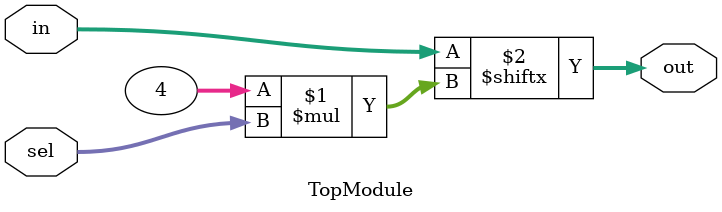
<source format=sv>

module TopModule (
  input [1023:0] in,
  input [7:0] sel,
  output [3:0] out
);

assign out = in[4*sel + 3 : 4*sel];
endmodule

</source>
